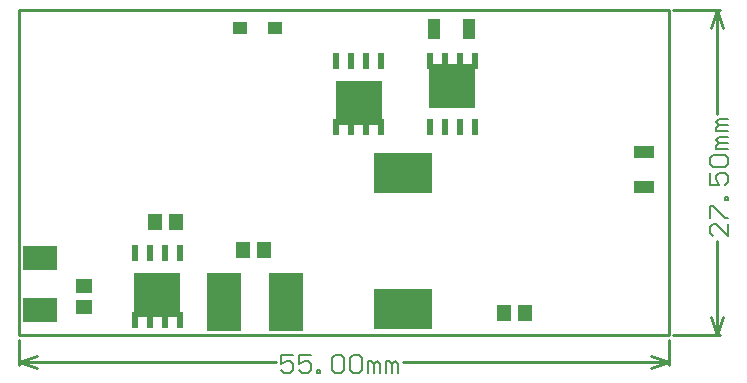
<source format=gtp>
G04*
G04 #@! TF.GenerationSoftware,Altium Limited,Altium Designer,20.0.2 (26)*
G04*
G04 Layer_Color=8421504*
%FSLAX25Y25*%
%MOIN*%
G70*
G01*
G75*
%ADD13C,0.01000*%
%ADD14C,0.00600*%
%ADD15R,0.04567X0.05787*%
%ADD16R,0.07087X0.04449*%
%ADD17R,0.04449X0.07087*%
%ADD18R,0.05787X0.04567*%
%ADD19R,0.19685X0.13780*%
%ADD20R,0.11811X0.19685*%
%ADD21R,0.02402X0.05512*%
%ADD22R,0.15748X0.15000*%
%ADD23R,0.11811X0.07874*%
%ADD24R,0.04921X0.03937*%
D13*
X322835Y106299D02*
Y214567D01*
X106299Y106299D02*
X322835D01*
X106299Y214567D02*
X322835D01*
X106299Y106299D02*
Y214567D01*
Y97244D02*
X112299Y99244D01*
X106299Y97244D02*
X112299Y95244D01*
X316835D02*
X322835Y97244D01*
X316835Y99244D02*
X322835Y97244D01*
X106299D02*
X191873D01*
X234061D02*
X322835D01*
X106299Y96244D02*
Y104799D01*
X322835Y96244D02*
Y104799D01*
X336976Y112299D02*
X338976Y106299D01*
X340976Y112299D01*
X338976Y214567D02*
X340976Y208567D01*
X336976D02*
X338976Y214567D01*
Y106299D02*
Y137739D01*
Y179927D02*
Y214567D01*
X324335Y106299D02*
X339976D01*
X324335Y214567D02*
X339976D01*
D14*
X197472Y99643D02*
X193473D01*
Y96644D01*
X195473Y97644D01*
X196472D01*
X197472Y96644D01*
Y94645D01*
X196472Y93645D01*
X194473D01*
X193473Y94645D01*
X203470Y99643D02*
X199471D01*
Y96644D01*
X201471Y97644D01*
X202470D01*
X203470Y96644D01*
Y94645D01*
X202470Y93645D01*
X200471D01*
X199471Y94645D01*
X205469Y93645D02*
Y94645D01*
X206469D01*
Y93645D01*
X205469D01*
X210468Y98643D02*
X211467Y99643D01*
X213467D01*
X214466Y98643D01*
Y94645D01*
X213467Y93645D01*
X211467D01*
X210468Y94645D01*
Y98643D01*
X216466D02*
X217465Y99643D01*
X219465D01*
X220464Y98643D01*
Y94645D01*
X219465Y93645D01*
X217465D01*
X216466Y94645D01*
Y98643D01*
X222464Y93645D02*
Y97644D01*
X223464D01*
X224463Y96644D01*
Y93645D01*
Y96644D01*
X225463Y97644D01*
X226463Y96644D01*
Y93645D01*
X228462D02*
Y97644D01*
X229462D01*
X230461Y96644D01*
Y93645D01*
Y96644D01*
X231461Y97644D01*
X232461Y96644D01*
Y93645D01*
X342575Y143338D02*
Y139339D01*
X338577Y143338D01*
X337577D01*
X336577Y142338D01*
Y140339D01*
X337577Y139339D01*
X336577Y145337D02*
Y149336D01*
X337577D01*
X341576Y145337D01*
X342575D01*
Y151336D02*
X341576D01*
Y152335D01*
X342575D01*
Y151336D01*
X336577Y160333D02*
Y156334D01*
X339576D01*
X338577Y158333D01*
Y159333D01*
X339576Y160333D01*
X341576D01*
X342575Y159333D01*
Y157334D01*
X341576Y156334D01*
X337577Y162332D02*
X336577Y163332D01*
Y165331D01*
X337577Y166331D01*
X341576D01*
X342575Y165331D01*
Y163332D01*
X341576Y162332D01*
X337577D01*
X342575Y168330D02*
X338577D01*
Y169330D01*
X339576Y170329D01*
X342575D01*
X339576D01*
X338577Y171329D01*
X339576Y172329D01*
X342575D01*
Y174328D02*
X338577D01*
Y175328D01*
X339576Y176327D01*
X342575D01*
X339576D01*
X338577Y177327D01*
X339576Y178327D01*
X342575D01*
D15*
X158622Y144095D02*
D03*
X151614D02*
D03*
X187854Y134744D02*
D03*
X180847D02*
D03*
X267756Y113779D02*
D03*
X274764D02*
D03*
D16*
X314665Y167283D02*
D03*
Y155551D02*
D03*
D17*
X244528Y208169D02*
D03*
X256260D02*
D03*
D18*
X128000Y122504D02*
D03*
Y115496D02*
D03*
D19*
X234252Y160366D02*
D03*
X234253Y115090D02*
D03*
D20*
X195177Y117323D02*
D03*
X174606Y117421D02*
D03*
D21*
X243110Y175528D02*
D03*
X248110D02*
D03*
X253110D02*
D03*
X258110D02*
D03*
X258110Y197701D02*
D03*
X253110D02*
D03*
X248110D02*
D03*
X243110D02*
D03*
X226969Y197701D02*
D03*
X221969D02*
D03*
X216968D02*
D03*
X211968D02*
D03*
X211968Y175528D02*
D03*
X216968D02*
D03*
X221969D02*
D03*
X226969D02*
D03*
X159862Y133591D02*
D03*
X154862D02*
D03*
X149862D02*
D03*
X144862D02*
D03*
X144862Y111417D02*
D03*
X149862D02*
D03*
X154862D02*
D03*
X159862D02*
D03*
D22*
X250610Y189433D02*
D03*
X219468Y183795D02*
D03*
X152362Y119685D02*
D03*
D23*
X113091Y114567D02*
D03*
Y132087D02*
D03*
D24*
X179823Y208661D02*
D03*
X191437D02*
D03*
M02*

</source>
